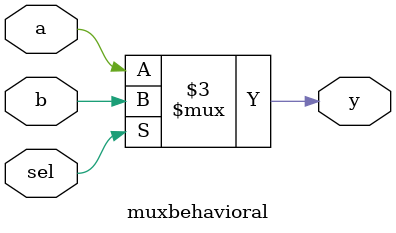
<source format=v>
module muxbehavioral(input a, b, sel, output reg y);
  always @(*) begin
    if (sel)
      y = b;
    else
      y = a;
  end
endmodule

</source>
